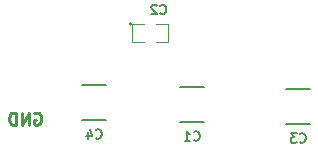
<source format=gbo>
G04 #@! TF.FileFunction,Legend,Bot*
%FSLAX46Y46*%
G04 Gerber Fmt 4.6, Leading zero omitted, Abs format (unit mm)*
G04 Created by KiCad (PCBNEW (after 2015-mar-04 BZR unknown)-product) date 10/24/2015 7:47:12 PM*
%MOMM*%
G01*
G04 APERTURE LIST*
%ADD10C,0.150000*%
%ADD11C,0.254000*%
%ADD12C,0.099060*%
G04 APERTURE END LIST*
D10*
D11*
X50685095Y-49657000D02*
X50781857Y-49608619D01*
X50927000Y-49608619D01*
X51072142Y-49657000D01*
X51168904Y-49753762D01*
X51217285Y-49850524D01*
X51265666Y-50044048D01*
X51265666Y-50189190D01*
X51217285Y-50382714D01*
X51168904Y-50479476D01*
X51072142Y-50576238D01*
X50927000Y-50624619D01*
X50830238Y-50624619D01*
X50685095Y-50576238D01*
X50636714Y-50527857D01*
X50636714Y-50189190D01*
X50830238Y-50189190D01*
X50201285Y-50624619D02*
X50201285Y-49608619D01*
X49620714Y-50624619D01*
X49620714Y-49608619D01*
X49136904Y-50624619D02*
X49136904Y-49608619D01*
X48894999Y-49608619D01*
X48749857Y-49657000D01*
X48653095Y-49753762D01*
X48604714Y-49850524D01*
X48556333Y-50044048D01*
X48556333Y-50189190D01*
X48604714Y-50382714D01*
X48653095Y-50479476D01*
X48749857Y-50576238D01*
X48894999Y-50624619D01*
X49136904Y-50624619D01*
D12*
X58970000Y-42065000D02*
G75*
G03X58970000Y-42065000I-127000J0D01*
G01*
X59986000Y-42065000D02*
X58970000Y-42065000D01*
X58970000Y-42065000D02*
X58970000Y-43589000D01*
X58970000Y-43589000D02*
X59986000Y-43589000D01*
X61002000Y-43589000D02*
X62018000Y-43589000D01*
X62018000Y-43589000D02*
X62018000Y-42065000D01*
X62018000Y-42065000D02*
X61002000Y-42065000D01*
D10*
X65058800Y-50395400D02*
X63058800Y-50395400D01*
X63058800Y-47445400D02*
X65058800Y-47445400D01*
X74025000Y-50547800D02*
X72025000Y-50547800D01*
X72025000Y-47597800D02*
X74025000Y-47597800D01*
X56753000Y-50217600D02*
X54753000Y-50217600D01*
X54753000Y-47267600D02*
X56753000Y-47267600D01*
X61347333Y-41179714D02*
X61385428Y-41217810D01*
X61499714Y-41255905D01*
X61575904Y-41255905D01*
X61690190Y-41217810D01*
X61766381Y-41141619D01*
X61804476Y-41065429D01*
X61842571Y-40913048D01*
X61842571Y-40798762D01*
X61804476Y-40646381D01*
X61766381Y-40570190D01*
X61690190Y-40494000D01*
X61575904Y-40455905D01*
X61499714Y-40455905D01*
X61385428Y-40494000D01*
X61347333Y-40532095D01*
X61042571Y-40532095D02*
X61004476Y-40494000D01*
X60928285Y-40455905D01*
X60737809Y-40455905D01*
X60661619Y-40494000D01*
X60623523Y-40532095D01*
X60585428Y-40608286D01*
X60585428Y-40684476D01*
X60623523Y-40798762D01*
X61080666Y-41255905D01*
X60585428Y-41255905D01*
X64192133Y-51906114D02*
X64230228Y-51944210D01*
X64344514Y-51982305D01*
X64420704Y-51982305D01*
X64534990Y-51944210D01*
X64611181Y-51868019D01*
X64649276Y-51791829D01*
X64687371Y-51639448D01*
X64687371Y-51525162D01*
X64649276Y-51372781D01*
X64611181Y-51296590D01*
X64534990Y-51220400D01*
X64420704Y-51182305D01*
X64344514Y-51182305D01*
X64230228Y-51220400D01*
X64192133Y-51258495D01*
X63430228Y-51982305D02*
X63887371Y-51982305D01*
X63658800Y-51982305D02*
X63658800Y-51182305D01*
X63734990Y-51296590D01*
X63811181Y-51372781D01*
X63887371Y-51410876D01*
X73158333Y-52058514D02*
X73196428Y-52096610D01*
X73310714Y-52134705D01*
X73386904Y-52134705D01*
X73501190Y-52096610D01*
X73577381Y-52020419D01*
X73615476Y-51944229D01*
X73653571Y-51791848D01*
X73653571Y-51677562D01*
X73615476Y-51525181D01*
X73577381Y-51448990D01*
X73501190Y-51372800D01*
X73386904Y-51334705D01*
X73310714Y-51334705D01*
X73196428Y-51372800D01*
X73158333Y-51410895D01*
X72891666Y-51334705D02*
X72396428Y-51334705D01*
X72663095Y-51639467D01*
X72548809Y-51639467D01*
X72472619Y-51677562D01*
X72434523Y-51715657D01*
X72396428Y-51791848D01*
X72396428Y-51982324D01*
X72434523Y-52058514D01*
X72472619Y-52096610D01*
X72548809Y-52134705D01*
X72777381Y-52134705D01*
X72853571Y-52096610D01*
X72891666Y-52058514D01*
X55886333Y-51728314D02*
X55924428Y-51766410D01*
X56038714Y-51804505D01*
X56114904Y-51804505D01*
X56229190Y-51766410D01*
X56305381Y-51690219D01*
X56343476Y-51614029D01*
X56381571Y-51461648D01*
X56381571Y-51347362D01*
X56343476Y-51194981D01*
X56305381Y-51118790D01*
X56229190Y-51042600D01*
X56114904Y-51004505D01*
X56038714Y-51004505D01*
X55924428Y-51042600D01*
X55886333Y-51080695D01*
X55200619Y-51271171D02*
X55200619Y-51804505D01*
X55391095Y-50966410D02*
X55581571Y-51537838D01*
X55086333Y-51537838D01*
M02*

</source>
